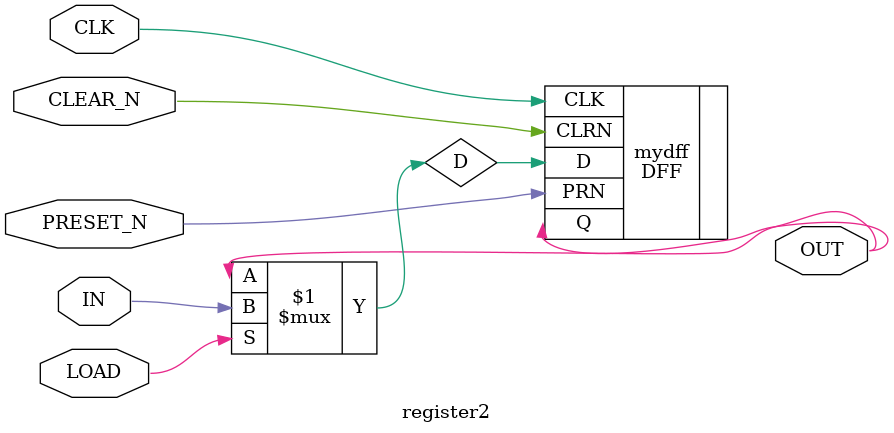
<source format=v>
module register2(IN, LOAD, CLK, OUT, PRESET_N, CLEAR_N);
	input IN, LOAD, CLK, PRESET_N, CLEAR_N;
	output OUT;
	assign D = LOAD ? IN : OUT;
	DFF mydff(.D(D), .CLK(CLK), .PRN(PRESET_N), .CLRN(CLEAR_N), .Q(OUT));
endmodule

</source>
